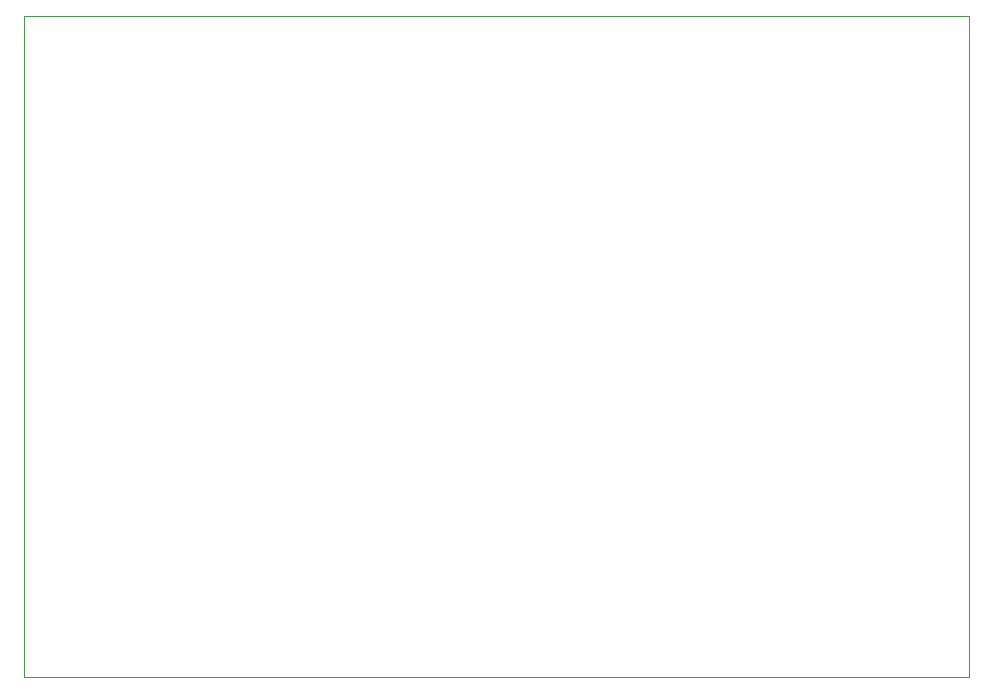
<source format=gbr>
%FSLAX34Y34*%
%MOMM*%
%LNOUTLINE*%
G71*
G01*
%ADD10C,0.002*%
%LPD*%
G54D10*
X-241300Y333251D02*
X558700Y333251D01*
X558700Y-226749D01*
X-241300Y-226749D01*
X-241300Y333251D01*
M02*

</source>
